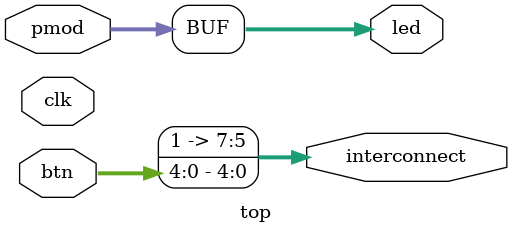
<source format=v>
module top(input clk, input [4:0] btn, inout [7:0] pmod, output [7:0] led, output [7:0] interconnect);
    assign led = pmod;
    assign interconnect = {3'b111, btn};
endmodule

</source>
